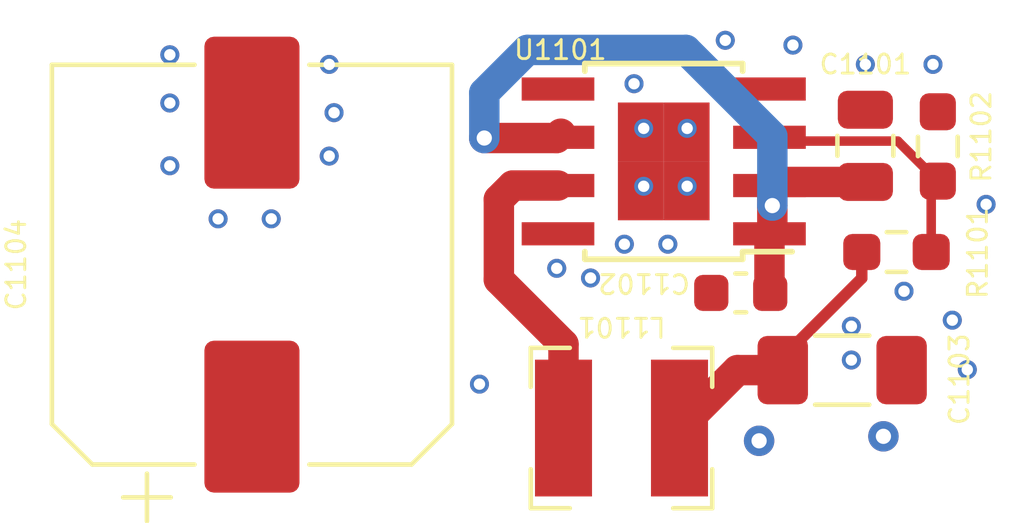
<source format=kicad_pcb>
(kicad_pcb (version 20221018) (generator pcbnew)
  (layers (0 "F.Cu" signal) (31 "B.Cu" signal) (34 "B.Paste" user) (35 "F.Paste" user) (36 "B.SilkS" user "B.Silkscreen") (37 "F.SilkS" user "F.Silkscreen") (38 "B.Mask" user) (39 "F.Mask" user) (44 "Edge.Cuts" user))
  (net 0 "")
  (net 1 "/12V")
  (net 2 "/GND")
  (net 3 "/Vin")
  (net 4 "Net-(U1101-SW)")
  (net 5 "Net-(U1101-FB)")
  (footprint "Capacitor_SMD:C_0603_1608Metric" (layer "F.Cu") (at 177.19075 115.234 180)
    (fp_text reference "C1102" (at 2.54 0.254 180 unlocked) (layer "F.SilkS") (effects (font (size 0.5 0.5) (thickness 0.075))))
    (fp_text value "100nF")
    (fp_line (start -0.14058 -0.51) (end 0.14058 -0.51) (stroke (width 0.12)) (layer "F.SilkS"))
    (fp_line (start -0.14058 0.51) (end 0.14058 0.51) (stroke (width 0.12)) (layer "F.SilkS"))
    (pad "1" smd roundrect (at -0.775 0 180) (size 0.9 0.95) (layers "F.Cu" "F.Paste" "F.Mask") (net 3 "/Vin"))
    (pad "2" smd roundrect (at 0.775 0 180) (size 0.9 0.95) (layers "F.Cu" "F.Paste" "F.Mask") (net 2 "/GND"))
  )
  (footprint "Inductor_SMD:L_Bourns-SRN4018" (layer "F.Cu") (at 174.055 118.79)
    (fp_text reference "L1101" (at 0 -2.66 180 unlocked) (layer "F.SilkS") (effects (font (size 0.5 0.5) (thickness 0.075))))
    (fp_text value "3.3uH")
    (fp_line (start -2.385 -2.11) (end -2.385 -1.085) (stroke (width 0.12)) (layer "F.SilkS"))
    (fp_line (start -2.385 -2.11) (end -1.36 -2.11) (stroke (width 0.12)) (layer "F.SilkS"))
    (fp_line (start -2.385 2.11) (end -2.385 1.085) (stroke (width 0.12)) (layer "F.SilkS"))
    (fp_line (start -2.385 2.11) (end -1.36 2.11) (stroke (width 0.12)) (layer "F.SilkS"))
    (fp_line (start 2.385 -2.11) (end 1.36 -2.11) (stroke (width 0.12)) (layer "F.SilkS"))
    (fp_line (start 2.385 -2.11) (end 2.385 -1.085) (stroke (width 0.12)) (layer "F.SilkS"))
    (fp_line (start 2.385 2.11) (end 1.36 2.11) (stroke (width 0.12)) (layer "F.SilkS"))
    (fp_line (start 2.385 2.11) (end 2.385 1.085) (stroke (width 0.12)) (layer "F.SilkS"))
    (pad "1" smd rect (at -1.525 0) (size 1.5 3.6) (layers "F.Cu" "F.Paste" "F.Mask") (net 4 "Net-(U1101-SW)"))
    (pad "2" smd rect (at 1.525 0) (size 1.5 3.6) (layers "F.Cu" "F.Paste" "F.Mask") (net 1 "/12V"))
  )
  (footprint "Capacitor_SMD:CP_Elec_10x10" (layer "F.Cu") (at 164.338 114.49 90)
    (fp_text reference "C1104" (at 0 -6.2 90) (layer "F.SilkS") (effects (font (size 0.5 0.5) (thickness 0.075))))
    (fp_text value "470uF")
    (fp_line (start -6.75 -2.76) (end -5.5 -2.76) (stroke (width 0.12)) (layer "F.SilkS"))
    (fp_line (start -6.125 -3.385) (end -6.125 -2.135) (stroke (width 0.12)) (layer "F.SilkS"))
    (fp_line (start -5.26 -4.195563) (end -5.26 -1.51) (stroke (width 0.12)) (layer "F.SilkS"))
    (fp_line (start -5.26 -4.195563) (end -4.195563 -5.26) (stroke (width 0.12)) (layer "F.SilkS"))
    (fp_line (start -5.26 4.195563) (end -5.26 1.51) (stroke (width 0.12)) (layer "F.SilkS"))
    (fp_line (start -5.26 4.195563) (end -4.195563 5.26) (stroke (width 0.12)) (layer "F.SilkS"))
    (fp_line (start -4.195563 -5.26) (end 5.26 -5.26) (stroke (width 0.12)) (layer "F.SilkS"))
    (fp_line (start -4.195563 5.26) (end 5.26 5.26) (stroke (width 0.12)) (layer "F.SilkS"))
    (fp_line (start 5.26 -5.26) (end 5.26 -1.51) (stroke (width 0.12)) (layer "F.SilkS"))
    (fp_line (start 5.26 5.26) (end 5.26 1.51) (stroke (width 0.12)) (layer "F.SilkS"))
    (pad "1" smd roundrect (at -4 0 90) (size 4 2.5) (layers "F.Cu" "F.Paste" "F.Mask") (roundrect_rratio 0.1) (net 1 "/12V"))
    (pad "2" smd roundrect (at 4 0 90) (size 4 2.5) (layers "F.Cu" "F.Paste" "F.Mask") (roundrect_rratio 0.1) (net 2 "/GND"))
  )
  (footprint "Package_SO:TI_SO-PowerPAD-8" (layer "F.Cu") (at 175.1655 111.773 180)
    (fp_text reference "U1101" (at 2.72 2.934 unlocked) (layer "F.SilkS") (effects (font (size 0.5 0.5) (thickness 0.075))))
    (fp_text value "ST1S10PHR")
    (fp_line (start -2.075 -2.575) (end -2.075 -2.375) (stroke (width 0.15)) (layer "F.SilkS"))
    (fp_line (start -2.075 -2.575) (end 2.075 -2.575) (stroke (width 0.15)) (layer "F.SilkS"))
    (fp_line (start -2.075 -2.375) (end -3.375 -2.375) (stroke (width 0.15)) (layer "F.SilkS"))
    (fp_line (start -2.075 2.575) (end -2.075 2.375) (stroke (width 0.15)) (layer "F.SilkS"))
    (fp_line (start -2.075 2.575) (end 2.075 2.575) (stroke (width 0.15)) (layer "F.SilkS"))
    (fp_line (start 2.075 -2.575) (end 2.075 -2.375) (stroke (width 0.15)) (layer "F.SilkS"))
    (fp_line (start 2.075 2.575) (end 2.075 2.375) (stroke (width 0.15)) (layer "F.SilkS"))
    (pad "1" smd rect (at -2.78 -1.905 180) (size 1.91 0.61) (layers "F.Cu" "F.Paste" "F.Mask") (net 3 "/Vin"))
    (pad "2" smd rect (at -2.78 -0.635 180) (size 1.91 0.61) (layers "F.Cu" "F.Paste" "F.Mask") (net 3 "/Vin"))
    (pad "3" smd rect (at -2.78 0.635 180) (size 1.91 0.61) (layers "F.Cu" "F.Paste" "F.Mask") (net 5 "Net-(U1101-FB)"))
    (pad "4" smd rect (at -2.78 1.905 180) (size 1.91 0.61) (layers "F.Cu" "F.Paste" "F.Mask") (net 2 "/GND"))
    (pad "5" smd rect (at 2.78 1.905 180) (size 1.91 0.61) (layers "F.Cu" "F.Paste" "F.Mask") (net 2 "/GND"))
    (pad "6" smd rect (at 2.78 0.635 180) (size 1.91 0.61) (layers "F.Cu" "F.Paste" "F.Mask") (net 3 "/Vin"))
    (pad "7" smd rect (at 2.78 -0.635 180) (size 1.91 0.61) (layers "F.Cu" "F.Paste" "F.Mask") (net 4 "Net-(U1101-SW)"))
    (pad "8" smd rect (at 2.78 -1.905 180) (size 1.91 0.61) (layers "F.Cu" "F.Paste" "F.Mask") (net 2 "/GND"))
    (pad "9" smd rect (at -0.6025 -0.775 180) (size 1.205 1.55) (layers "F.Cu" "F.Paste" "F.Mask") (net 2 "/GND"))
    (pad "9" smd rect (at -0.6025 0.775 180) (size 1.205 1.55) (layers "F.Cu" "F.Paste" "F.Mask") (net 2 "/GND"))
    (pad "9" smd rect (at 0.6025 -0.775 180) (size 1.205 1.55) (layers "F.Cu" "F.Paste" "F.Mask") (net 2 "/GND"))
    (pad "9" smd rect (at 0.6025 0.775 180) (size 1.205 1.55) (layers "F.Cu" "F.Paste" "F.Mask") (net 2 "/GND"))
  )
  (footprint "Resistor_SMD:R_0603_1608Metric_Pad0.98x0.95mm_HandSolder" (layer "F.Cu") (at 181.2855 114.157)
    (fp_text reference "R1101" (at 2.135 0.029 90 unlocked) (layer "F.SilkS") (effects (font (size 0.5 0.5) (thickness 0.075))))
    (fp_text value "22k")
    (fp_line (start -0.254724 -0.5225) (end 0.254724 -0.5225) (stroke (width 0.12)) (layer "F.SilkS"))
    (fp_line (start -0.254724 0.5225) (end 0.254724 0.5225) (stroke (width 0.12)) (layer "F.SilkS"))
    (pad "1" smd roundrect (at -0.9125 0) (size 0.975 0.95) (layers "F.Cu" "F.Paste" "F.Mask") (net 1 "/12V"))
    (pad "2" smd roundrect (at 0.9125 0) (size 0.975 0.95) (layers "F.Cu" "F.Paste" "F.Mask") (net 5 "Net-(U1101-FB)"))
  )
  (footprint "Capacitor_SMD:C_1206_3216Metric_Pad1.33x1.80mm_HandSolder" (layer "F.Cu") (at 179.85775 117.266)
    (fp_text reference "C1103" (at 3.0805 0.241 90 unlocked) (layer "F.SilkS") (effects (font (size 0.5 0.5) (thickness 0.075))))
    (fp_text value "22uF")
    (fp_line (start -0.711252 -0.91) (end 0.711252 -0.91) (stroke (width 0.12)) (layer "F.SilkS"))
    (fp_line (start -0.711252 0.91) (end 0.711252 0.91) (stroke (width 0.12)) (layer "F.SilkS"))
    (pad "1" smd roundrect (at -1.5625 0) (size 1.325 1.8) (layers "F.Cu" "F.Paste" "F.Mask") (roundrect_rratio 0.1886792453) (net 1 "/12V"))
    (pad "2" smd roundrect (at 1.5625 0) (size 1.325 1.8) (layers "F.Cu" "F.Paste" "F.Mask") (roundrect_rratio 0.1886792453) (net 2 "/GND"))
  )
  (footprint "Capacitor_SMD:C_0805_2012Metric" (layer "F.Cu") (at 180.467 111.363 90)
    (fp_text reference "C1101" (at 2.143 0 unlocked) (layer "F.SilkS") (effects (font (size 0.5 0.5) (thickness 0.075))))
    (fp_text value "4.7uF")
    (fp_line (start -0.261252 -0.735) (end 0.261252 -0.735) (stroke (width 0.12)) (layer "F.SilkS"))
    (fp_line (start -0.261252 0.735) (end 0.261252 0.735) (stroke (width 0.12)) (layer "F.SilkS"))
    (pad "1" smd roundrect (at -0.95 0 90) (size 1 1.45) (layers "F.Cu" "F.Paste" "F.Mask") (net 3 "/Vin"))
    (pad "2" smd roundrect (at 0.95 0 90) (size 1 1.45) (layers "F.Cu" "F.Paste" "F.Mask") (net 2 "/GND"))
  )
  (footprint "Resistor_SMD:R_0603_1608Metric_Pad0.98x0.95mm_HandSolder" (layer "F.Cu") (at 182.372 111.379 90)
    (fp_text reference "R1102" (at 0.254 1.143 90 unlocked) (layer "F.SilkS") (effects (font (size 0.5 0.5) (thickness 0.075))))
    (fp_text value "1k5")
    (fp_line (start -0.254724 -0.5225) (end 0.254724 -0.5225) (stroke (width 0.12)) (layer "F.SilkS"))
    (fp_line (start -0.254724 0.5225) (end 0.254724 0.5225) (stroke (width 0.12)) (layer "F.SilkS"))
    (pad "1" smd roundrect (at -0.9125 0 90) (size 0.975 0.95) (layers "F.Cu" "F.Paste" "F.Mask") (net 5 "Net-(U1101-FB)"))
    (pad "2" smd roundrect (at 0.9125 0 90) (size 0.975 0.95) (layers "F.Cu" "F.Paste" "F.Mask") (net 2 "/GND"))
  )
  (segment (start 180.373 114.84575) (end 178.29525 116.9235) (width 0.3) (layer "F.Cu") (net 1))
  (segment (start 180.373 114.157) (end 180.373 114.84575) (width 0.3) (layer "F.Cu") (net 1))
  (segment (start 177.104 117.266) (end 175.58 118.79) (width 0.8) (layer "F.Cu") (net 1))
  (segment (start 178.29525 117.266) (end 177.104 117.266) (width 0.8) (layer "F.Cu") (net 1))
  (segment (start 175.58 118.79) (end 175.58 118.83025) (width 0.8) (layer "F.Cu") (net 1))
  (segment (start 178.29525 116.9235) (end 178.29525 117.266) (width 0.3) (layer "F.Cu") (net 1))
  (via (at 166.37 111.633) (size 0.5) (drill 0.3) (layers "F.Cu" "B.Cu") (net 2))
  (via (at 174.38425 109.728) (size 0.5) (drill 0.3) (layers "F.Cu" "B.Cu") (net 2))
  (via (at 172.35225 114.5865) (size 0.5) (drill 0.3) (layers "F.Cu" "B.Cu") (net 2))
  (via (at 166.497 110.49) (size 0.5) (drill 0.3) (layers "F.Cu" "B.Cu") (net 2))
  (via (at 174.13025 113.9515) (size 0.5) (drill 0.3) (layers "F.Cu" "B.Cu") (net 2))
  (via (at 166.37 109.22) (size 0.5) (drill 0.3) (layers "F.Cu" "B.Cu") (net 2))
  (via (at 183.14725 117.2535) (size 0.5) (drill 0.3) (layers "F.Cu" "B.Cu") (net 2))
  (via (at 170.32025 117.6345) (size 0.5) (drill 0.3) (layers "F.Cu" "B.Cu") (net 2))
  (via (at 174.63825 112.4275) (size 0.5) (drill 0.3) (layers "F.Cu" "B.Cu") (net 2))
  (via (at 178.562 108.712) (size 0.5) (drill 0.3) (layers "F.Cu" "B.Cu") (net 2))
  (via (at 162.179 108.966) (size 0.5) (drill 0.3) (layers "F.Cu" "B.Cu") (net 2))
  (via (at 173.24125 114.8405) (size 0.5) (drill 0.3) (layers "F.Cu" "B.Cu") (net 2))
  (via (at 175.27325 113.9515) (size 0.5) (drill 0.3) (layers "F.Cu" "B.Cu") (net 2))
  (via (at 180.94175 119.00825) (size 0.8) (drill 0.4) (layers "F.Cu" "B.Cu") (net 2))
  (via (at 163.449 113.284) (size 0.5) (drill 0.3) (layers "F.Cu" "B.Cu") (net 2))
  (via (at 182.245 109.22) (size 0.5) (drill 0.3) (layers "F.Cu" "B.Cu") (net 2))
  (via (at 182.753 115.951) (size 0.5) (drill 0.3) (layers "F.Cu" "B.Cu") (net 2))
  (via (at 162.179 110.236) (size 0.5) (drill 0.3) (layers "F.Cu" "B.Cu") (net 2))
  (via (at 174.63825 110.9035) (size 0.5) (drill 0.3) (layers "F.Cu" "B.Cu") (net 2))
  (via (at 164.846 113.284) (size 0.5) (drill 0.3) (layers "F.Cu" "B.Cu") (net 2))
  (via (at 183.642 112.903) (size 0.5) (drill 0.3) (layers "F.Cu" "B.Cu") (net 2))
  (via (at 177.673 119.126) (size 0.8) (drill 0.4) (layers "F.Cu" "B.Cu") (net 2))
  (via (at 181.483 115.189) (size 0.5) (drill 0.3) (layers "F.Cu" "B.Cu") (net 2))
  (via (at 175.78125 112.4275) (size 0.5) (drill 0.3) (layers "F.Cu" "B.Cu") (net 2))
  (via (at 175.78125 110.9035) (size 0.5) (drill 0.3) (layers "F.Cu" "B.Cu") (net 2))
  (via (at 162.179 111.887) (size 0.5) (drill 0.3) (layers "F.Cu" "B.Cu") (net 2))
  (via (at 180.09925 116.1105) (size 0.5) (drill 0.3) (layers "F.Cu" "B.Cu") (net 2))
  (via (at 180.09925 116.9995) (size 0.5) (drill 0.3) (layers "F.Cu" "B.Cu") (net 2))
  (via (at 180.467 109.22) (size 0.5) (drill 0.3) (layers "F.Cu" "B.Cu") (net 2))
  (via (at 176.784 108.585) (size 0.5) (drill 0.3) (layers "F.Cu" "B.Cu") (net 2))
  (segment (start 178.11575 112.2185) (end 178.02075 112.3135) (width 0.8) (layer "F.Cu") (net 3))
  (segment (start 178.02075 112.3135) (end 178.02075 112.9355) (width 0.8) (layer "F.Cu") (net 3))
  (segment (start 170.44725 111.1575) (end 172.34675 111.1575) (width 0.8) (layer "F.Cu") (net 3))
  (segment (start 178.11575 112.2185) (end 178.21025 112.313) (width 0.8) (layer "F.Cu") (net 3))
  (segment (start 177.9455 115.21375) (end 177.96575 115.234) (width 0.8) (layer "F.Cu") (net 3))
  (segment (start 178.21025 112.313) (end 180.467 112.313) (width 0.8) (layer "F.Cu") (net 3))
  (segment (start 178.02075 113.5835) (end 178.02075 112.9355) (width 0.8) (layer "F.Cu") (net 3))
  (segment (start 177.9455 113.678) (end 177.9455 115.21375) (width 0.8) (layer "F.Cu") (net 3))
  (segment (start 172.34675 111.1575) (end 172.46075 111.0435) (width 0.8) (layer "F.Cu") (net 3))
  (via (at 170.44725 111.1575) (size 0.8) (drill 0.4) (layers "F.Cu" "B.Cu") (net 3))
  (via (at 178.02075 112.9355) (size 0.8) (drill 0.4) (layers "F.Cu" "B.Cu") (net 3))
  (segment (start 171.577 108.839) (end 170.44725 109.96875) (width 0.8) (layer "B.Cu") (net 3))
  (segment (start 170.44725 109.96875) (end 170.44725 111.1575) (width 0.8) (layer "B.Cu") (net 3))
  (segment (start 178.02075 111.111) (end 175.74875 108.839) (width 0.8) (layer "B.Cu") (net 3))
  (segment (start 178.02075 112.9355) (end 178.02075 111.111) (width 0.8) (layer "B.Cu") (net 3))
  (segment (start 175.74875 108.839) (end 171.577 108.839) (width 0.8) (layer "B.Cu") (net 3))
  (segment (start 170.8305 114.8855) (end 172.53 116.585) (width 0.8) (layer "F.Cu") (net 4))
  (segment (start 172.3855 112.408) (end 171.1955 112.408) (width 0.8) (layer "F.Cu") (net 4))
  (segment (start 172.53 116.585) (end 172.53 118.79) (width 0.8) (layer "F.Cu") (net 4))
  (segment (start 171.1955 112.408) (end 170.8305 112.773) (width 0.8) (layer "F.Cu") (net 4))
  (segment (start 170.8305 112.773) (end 170.8305 114.8855) (width 0.8) (layer "F.Cu") (net 4))
  (segment (start 181.3185 111.238) (end 182.372 112.2915) (width 0.25) (layer "F.Cu") (net 5))
  (segment (start 182.198 114.157) (end 182.198 112.4655) (width 0.25) (layer "F.Cu") (net 5))
  (segment (start 182.198 112.4655) (end 182.372 112.2915) (width 0.25) (layer "F.Cu") (net 5))
  (segment (start 178.0455 111.238) (end 181.3185 111.238) (width 0.25) (layer "F.Cu") (net 5))
  (segment (start 177.9455 111.138) (end 178.0455 111.238) (width 0.25) (layer "F.Cu") (net 5))
)
</source>
